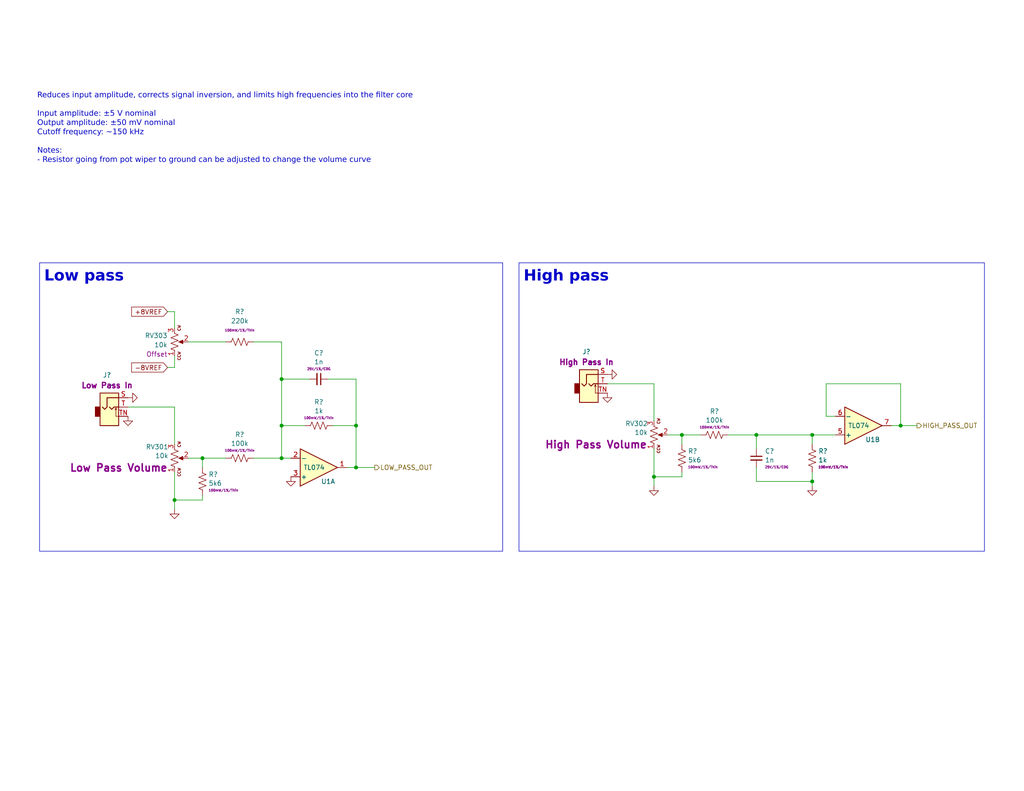
<source format=kicad_sch>
(kicad_sch (version 20250114) (generator "eeschema") (generator_version "9.0")
  (paper "USLetter")
  (title_block (title "Neptune") (date "2023-11-09") (rev "v3") (company "Winterbloom") (comment 1 "Carson Walls") (comment 2 "CERN-OHL-P v2") (comment 3 "neptune.wntr.dev"))
  (lib_symbols
    (symbol "Device:C_Small" (pin_numbers (hide yes)) (pin_names (offset 0.254) (hide yes))
      (property "Reference" "C" (at 0.254 1.778 0))
      (property "Value" "C_Small" (at 0.254 -2.032 0))
      (symbol "C_Small_0_1"
        (polyline (pts (xy -1.524 0.508) (xy 1.524 0.508)) (stroke (width 0.3048)))
        (polyline (pts (xy -1.524 -0.508) (xy 1.524 -0.508)) (stroke (width 0.3302)))
      )
      (symbol "C_Small_1_1"
        (pin passive line (at 0 2.54 270) (length 2.032) (name "~") (number "1"))
        (pin passive line (at 0 -2.54 90) (length 2.032) (name "~") (number "2"))
      )
    )
    (symbol "Device:R_US" (pin_numbers (hide yes)) (pin_names (offset 0))
      (property "Reference" "R" (at 2.54 0 90))
      (property "Value" "R_US" (at -2.54 0 90))
      (symbol "R_US_0_1"
        (polyline (pts (xy 0 2.286) (xy 0 2.54)))
        (polyline (pts (xy 0 2.286) (xy 1.016 1.905) (xy 0 1.524) (xy -1.016 1.143) (xy 0 0.762)))
        (polyline (pts (xy 0 0.762) (xy 1.016 0.381) (xy 0 0) (xy -1.016 -0.381) (xy 0 -0.762)))
        (polyline (pts (xy 0 -0.762) (xy 1.016 -1.143) (xy 0 -1.524) (xy -1.016 -1.905) (xy 0 -2.286)))
        (polyline (pts (xy 0 -2.286) (xy 0 -2.54)))
      )
      (symbol "R_US_1_1"
        (pin passive line (at 0 3.81 270) (length 1.27) (name "~") (number "1"))
        (pin passive line (at 0 -3.81 90) (length 1.27) (name "~") (number "2"))
      )
    )
    (symbol "power:GND" (power) (pin_names (offset 0))
      (property "Value" "GND" (at 0 -3.81 0))
      (symbol "GND_0_1"
        (polyline (pts (xy 0 0) (xy 0 -1.27) (xy 1.27 -1.27) (xy 0 -2.54) (xy -1.27 -1.27) (xy 0 -1.27)))
      )
      (symbol "GND_1_1"
        (pin power_in line (at 0 0 270) (length 0) (hide yes) (name "GND") (number "1"))
      )
    )
    (symbol "winterbloom:Eurorack_Mono_Jack" (pin_names (hide yes))
      (property "Reference" "J" (at 3.302 -4.064 0))
      (property "Value" "Eurorack_Mono_Jack" (at 0 5.08 0))
      (symbol "Eurorack_Mono_Jack_0_1"
        (polyline (pts (xy -2.54 1.27) (xy -1.778 1.27) (xy -1.778 -1.016) (xy -1.524 -0.508)))
        (polyline (pts (xy -2.54 -3.81) (xy 0.635 -3.81) (xy 0.635 -1.27) (xy 1.27 -0.635) (xy 1.905 -1.27)) (stroke (width 0.254)))
        (rectangle (start -2.54 -5.08) (end 2.54 3.81) (stroke (width 0.254)) (fill (type background)))
        (polyline (pts (xy -1.778 -1.016) (xy -2.032 -0.508)))
        (polyline (pts (xy 0 -1.27) (xy -0.635 -0.635) (xy -1.27 -1.27) (xy -2.54 -1.27)) (stroke (width 0.254)))
        (rectangle (start 2.54 -1.27) (end 3.81 1.27) (stroke (width 0.254)) (fill (type outline)))
      )
      (symbol "Eurorack_Mono_Jack_1_1"
        (pin passive line (at -5.08 1.27 0) (length 2.54) (name "Tip_normalize") (number "TN"))
        (pin passive line (at -5.08 -1.27 0) (length 2.54) (name "Tip") (number "T"))
        (pin passive line (at -5.08 -3.81 0) (length 2.54) (name "Sleeve") (number "S"))
      )
    )
    (symbol "winterbloom:Eurorack_Pot" (pin_names (offset 1.016) (hide yes))
      (property "Reference" "RV" (at 0 4.445 0))
      (property "Value" "Eurorack_Pot" (at 0 2.54 0))
      (symbol "Eurorack_Pot_0_0"
        (text "CCW" (at -3.81 -1.27 0) (effects (font (size 0.762 0.762))))
        (text "CW" (at 3.81 -1.27 0) (effects (font (size 0.762 0.762))))
      )
      (symbol "Eurorack_Pot_0_1"
        (polyline (pts (xy -2.286 0) (xy -2.54 0)))
        (polyline (pts (xy -0.762 0) (xy -1.143 -1.016) (xy -1.524 0) (xy -1.905 1.016) (xy -2.286 0)))
        (polyline (pts (xy 0 -1.143) (xy 0.508 -2.286) (xy -0.508 -2.286) (xy 0 -1.143)) (fill (type outline)))
        (polyline (pts (xy 0 -2.54) (xy 0 -1.524)))
        (polyline (pts (xy 0.762 0) (xy 0.381 -1.016) (xy 0 0) (xy -0.381 1.016) (xy -0.762 0)))
        (polyline (pts (xy 2.286 0) (xy 1.905 -1.016) (xy 1.524 0) (xy 1.143 1.016) (xy 0.762 0)))
        (polyline (pts (xy 2.54 0) (xy 2.286 0)))
      )
      (symbol "Eurorack_Pot_1_1"
        (pin passive line (at -3.81 0 0) (length 1.27) (name "1") (number "1"))
        (pin passive line (at 0 -3.81 90) (length 1.27) (name "2") (number "2"))
        (pin passive line (at 3.81 0 180) (length 1.27) (name "3") (number "3"))
      )
    )
    (symbol "winterbloom:TL074" (pin_names (offset 0.127))
      (property "Reference" "U" (at 0 3.81 0))
      (property "Value" "TL074" (at 0 -3.81 0))
      (symbol "TL074_1_1"
        (polyline (pts (xy -5.08 5.08) (xy 5.08 0) (xy -5.08 -5.08) (xy -5.08 5.08)) (stroke (width 0.254)) (fill (type background)))
        (pin input line (at -7.62 2.54 0) (length 2.54) (name "+") (number "3"))
        (pin input line (at -7.62 -2.54 0) (length 2.54) (name "-") (number "2"))
        (pin output line (at 7.62 0 180) (length 2.54) (name "~") (number "1"))
      )
      (symbol "TL074_2_1"
        (polyline (pts (xy -5.08 5.08) (xy 5.08 0) (xy -5.08 -5.08) (xy -5.08 5.08)) (stroke (width 0.254)) (fill (type background)))
        (pin input line (at -7.62 2.54 0) (length 2.54) (name "+") (number "5"))
        (pin input line (at -7.62 -2.54 0) (length 2.54) (name "-") (number "6"))
        (pin output line (at 7.62 0 180) (length 2.54) (name "~") (number "7"))
      )
      (symbol "TL074_3_1"
        (polyline (pts (xy -5.08 5.08) (xy 5.08 0) (xy -5.08 -5.08) (xy -5.08 5.08)) (stroke (width 0.254)) (fill (type background)))
        (pin input line (at -7.62 2.54 0) (length 2.54) (name "+") (number "10"))
        (pin input line (at -7.62 -2.54 0) (length 2.54) (name "-") (number "9"))
        (pin output line (at 7.62 0 180) (length 2.54) (name "~") (number "8"))
      )
      (symbol "TL074_4_1"
        (polyline (pts (xy -5.08 5.08) (xy 5.08 0) (xy -5.08 -5.08) (xy -5.08 5.08)) (stroke (width 0.254)) (fill (type background)))
        (pin input line (at -7.62 2.54 0) (length 2.54) (name "+") (number "12"))
        (pin input line (at -7.62 -2.54 0) (length 2.54) (name "-") (number "13"))
        (pin output line (at 7.62 0 180) (length 2.54) (name "~") (number "14"))
      )
      (symbol "TL074_5_1"
        (polyline (pts (xy -5.08 5.08) (xy 5.08 0) (xy -5.08 -5.08) (xy -5.08 5.08)) (stroke (width 0.254)) (fill (type background)))
        (pin power_in line (at -2.54 7.62 270) (length 3.81) (name "V+") (number "4"))
        (pin power_in line (at -2.54 -7.62 90) (length 3.81) (name "V-") (number "11"))
      )
    )
  )
  (rectangle (start 10.795 71.755) (end 137.16 150.495))
  (rectangle (start 141.605 71.755) (end 268.605 150.495))
  (text "High pass" (at 142.875 78.105 0) (effects (font (size 3 3) (thickness 0.508) (bold yes)) (justify left bottom)))
  (text "Reduces input amplitude, corrects signal inversion, and limits high frequencies into the filter core\n\nInput amplitude: ±5 V nominal\nOutput amplitude: ±50 mV nominal\nCutoff frequency: ~150 kHz\n\nNotes:\n- Resistor going from pot wiper to ground can be adjusted to change the volume curve\n" (at 10.16 45.085 0) (effects (font (size 1.5 1.5)) (justify left bottom)))
  (text "Low pass" (at 12.065 78.105 0) (effects (font (size 3 3) (thickness 0.508) (bold yes)) (justify left bottom)))
  (junction (at 178.435 130.175))
  (junction (at 97.155 116.205))
  (junction (at 186.055 118.745))
  (junction (at 47.625 136.525))
  (junction (at 97.155 127.635))
  (junction (at 76.835 116.205))
  (junction (at 221.615 118.745))
  (junction (at 206.375 118.745))
  (junction (at 55.245 125.095))
  (junction (at 245.745 116.205))
  (junction (at 76.835 103.505))
  (junction (at 76.835 125.095))
  (junction (at 221.615 131.445))
  (wire (pts (xy 243.205 116.205) (xy 245.745 116.205)))
  (wire (pts (xy 76.835 93.345) (xy 76.835 103.505)))
  (wire (pts (xy 178.435 122.555) (xy 178.435 130.175)))
  (wire (pts (xy 76.835 125.095) (xy 79.375 125.095)))
  (wire (pts (xy 245.745 116.205) (xy 245.745 104.775)))
  (wire (pts (xy 245.745 104.775) (xy 225.425 104.775)))
  (wire (pts (xy 186.055 130.175) (xy 186.055 128.905)))
  (wire (pts (xy 225.425 104.775) (xy 225.425 113.665)))
  (wire (pts (xy 55.245 136.525) (xy 55.245 135.255)))
  (wire (pts (xy 51.435 93.345) (xy 61.595 93.345)))
  (wire (pts (xy 245.745 116.205) (xy 250.19 116.205)))
  (wire (pts (xy 206.375 131.445) (xy 206.375 127.635)))
  (wire (pts (xy 51.435 125.095) (xy 55.245 125.095)))
  (wire (pts (xy 69.215 93.345) (xy 76.835 93.345)))
  (wire (pts (xy 47.625 136.525) (xy 47.625 139.065)))
  (wire (pts (xy 206.375 118.745) (xy 221.615 118.745)))
  (wire (pts (xy 178.435 130.175) (xy 186.055 130.175)))
  (wire (pts (xy 76.835 116.205) (xy 83.185 116.205)))
  (wire (pts (xy 206.375 118.745) (xy 206.375 122.555)))
  (wire (pts (xy 69.215 125.095) (xy 76.835 125.095)))
  (wire (pts (xy 186.055 118.745) (xy 186.055 121.285)))
  (wire (pts (xy 186.055 118.745) (xy 191.135 118.745)))
  (wire (pts (xy 76.835 116.205) (xy 76.835 125.095)))
  (wire (pts (xy 221.615 128.905) (xy 221.615 131.445)))
  (wire (pts (xy 89.535 103.505) (xy 97.155 103.505)))
  (wire (pts (xy 45.72 100.33) (xy 47.625 100.33)))
  (wire (pts (xy 221.615 118.745) (xy 221.615 121.285)))
  (wire (pts (xy 55.245 125.095) (xy 61.595 125.095)))
  (wire (pts (xy 221.615 118.745) (xy 227.965 118.745)))
  (wire (pts (xy 178.435 104.775) (xy 165.735 104.775)))
  (wire (pts (xy 178.435 114.935) (xy 178.435 104.775)))
  (wire (pts (xy 45.72 85.09) (xy 47.625 85.09)))
  (wire (pts (xy 221.615 131.445) (xy 206.375 131.445)))
  (wire (pts (xy 178.435 130.175) (xy 178.435 132.715)))
  (wire (pts (xy 97.155 127.635) (xy 102.235 127.635)))
  (wire (pts (xy 225.425 113.665) (xy 227.965 113.665)))
  (wire (pts (xy 97.155 116.205) (xy 97.155 127.635)))
  (wire (pts (xy 76.835 103.505) (xy 76.835 116.205)))
  (wire (pts (xy 84.455 103.505) (xy 76.835 103.505)))
  (wire (pts (xy 47.625 136.525) (xy 55.245 136.525)))
  (wire (pts (xy 47.625 128.905) (xy 47.625 136.525)))
  (wire (pts (xy 97.155 127.635) (xy 94.615 127.635)))
  (wire (pts (xy 34.925 111.125) (xy 47.625 111.125)))
  (wire (pts (xy 47.625 111.125) (xy 47.625 121.285)))
  (wire (pts (xy 198.755 118.745) (xy 206.375 118.745)))
  (wire (pts (xy 182.245 118.745) (xy 186.055 118.745)))
  (wire (pts (xy 47.625 85.09) (xy 47.625 89.535)))
  (wire (pts (xy 90.805 116.205) (xy 97.155 116.205)))
  (wire (pts (xy 47.625 100.33) (xy 47.625 97.155)))
  (wire (pts (xy 97.155 103.505) (xy 97.155 116.205)))
  (wire (pts (xy 55.245 125.095) (xy 55.245 127.635)))
  (wire (pts (xy 221.615 131.445) (xy 221.615 132.715)))
  (global_label "+8VREF" (shape input) (at 45.72 85.09 180) (property "Intersheetrefs" "${INTERSHEET_REFS}" (effects (hide yes))))
  (global_label "-8VREF" (shape input) (at 45.72 100.33 180) (property "Intersheetrefs" "${INTERSHEET_REFS}" (effects (hide yes))))
  (hierarchical_label "LOW_PASS_OUT" (shape output) (at 102.235 127.635 0))
  (hierarchical_label "HIGH_PASS_OUT" (shape output) (at 250.19 116.205 0))
  (symbol (lib_id "winterbloom:TL074") (at 86.995 127.635 0) (mirror x) (unit 1)
    (property "Reference" "U1" (at 89.535 131.445 0))
    (property "Value" "TL074" (at 85.725 127.635 0))
    (property "Footprint" "Package_SO:TSSOP-14_4.4x5mm_P0.65mm" (effects (hide yes)))
    (property "Datasheet" "https://www.ti.com/lit/ds/symlink/tl071.pdf" (effects (hide yes)))
    (property "MPN" "TL074HIPWR" (effects (hide yes)))
    (property "DigiKey" "296-TL074HIPWRCT-ND" (effects (hide yes)))
    (property "LCSC" "C4370424" (effects (hide yes)))
    (property "Substitutes Allowed" "No" (effects (hide yes)))
    (property "Notes" "TL074H over TL074C due to better input offset voltage" (effects (hide yes)))
  )
  (symbol (lib_id "winterbloom:TL074") (at 235.585 116.205 0) (mirror x) (unit 2)
    (property "Reference" "U1" (at 238.125 120.015 0))
    (property "Value" "TL074" (at 234.315 116.205 0))
    (property "Footprint" "Package_SO:TSSOP-14_4.4x5mm_P0.65mm" (effects (hide yes)))
    (property "Datasheet" "https://www.ti.com/lit/ds/symlink/tl071.pdf" (effects (hide yes)))
    (property "MPN" "TL074HIPWR" (effects (hide yes)))
    (property "DigiKey" "296-TL074HIPWRCT-ND" (effects (hide yes)))
    (property "LCSC" "C4370424" (effects (hide yes)))
    (property "Substitutes Allowed" "No" (effects (hide yes)))
    (property "Notes" "TL074H over TL074C due to better input offset voltage" (effects (hide yes)))
  )
  (symbol (lib_id "power:GND") (at 34.925 108.585 90) (unit 1)
    (property "Reference" "#PWR0301" (effects (hide yes)))
    (property "Value" "GND" (effects (hide yes)))
    (instances (project "board" (path "" (reference "#PWR?") (unit 1))) (project "mainboard" (path "" (reference "#PWR0301") (unit 1))))
  )
  (symbol (lib_id "Device:C_Small") (at 86.995 103.505 270) (unit 1)
    (property "Reference" "C301" (at 86.9886 96.388 90))
    (property "Value" "1n" (at 86.9886 98.8122 90))
    (property "Footprint" "winterbloom:C_0603_HandSolder" (effects (hide yes)))
    (property "Notes" "0603, 25V+, 10%" (effects (hide yes)))
    (property "Rating" "25V/1%/C0G" (at 86.9886 100.7296 90) (effects (font (size 0.64 0.64))))
    (property "DigiKey" "490-GCM1885C2A102FA16DCT-ND" (effects (hide yes)))
    (property "LCSC" "C2219251" (effects (hide yes)))
    (property "MPN" "GCM1885C2A102FA16D" (effects (hide yes)))
    (property "Substitutes Allowed" "Ask" (effects (hide yes)))
    (instances (project "board" (path "" (reference "C?") (unit 1))) (project "mainboard" (path "" (reference "C301") (unit 1))))
  )
  (symbol (lib_id "Device:R_US") (at 86.995 116.205 270) (unit 1)
    (property "Reference" "R303" (at 86.995 109.7611 90))
    (property "Value" "1k" (at 86.995 112.1853 90))
    (property "Footprint" "winterbloom:R_0603_HandSolder" (effects (hide yes)))
    (property "Rating" "100mW/1%/Thin" (at 86.995 114.1027 90) (effects (font (size 0.64 0.64))))
    (property "DigiKey" "YAG2323TR-ND" (effects (hide yes)))
    (property "LCSC" "C375503" (effects (hide yes)))
    (property "Substitutes Allowed" "Yes" (effects (hide yes)))
    (property "MPN" "RT0603FRE071KL" (effects (hide yes)))
    (instances (project "board" (path "" (reference "R?") (unit 1))) (project "mainboard" (path "" (reference "R303") (unit 1))))
  )
  (symbol (lib_id "power:GND") (at 165.735 107.315 0) (unit 1)
    (property "Reference" "#PWR0306" (effects (hide yes)))
    (property "Value" "GND" (effects (hide yes)))
    (instances (project "board" (path "" (reference "#PWR?") (unit 1))) (project "mainboard" (path "" (reference "#PWR0306") (unit 1))))
  )
  (symbol (lib_id "winterbloom:Eurorack_Pot") (at 178.435 118.745 90) (unit 1)
    (property "Reference" "RV302" (at 176.784 115.6608 90) (effects (justify left)))
    (property "Value" "10k" (at 176.784 118.085 90) (effects (justify left)))
    (property "Footprint" "winterbloom:Potentiometer_Alpha_R0904N_LongPads" (effects (hide yes)))
    (property "Datasheet" "https://www.thonk.co.uk/wp-content/uploads/Documents/alpha/9mm/Alpha%209mm%20Vertical%20-%20Linear%20Taper%20B1K-B500K.pdf" (effects (hide yes)))
    (property "MPN" "https://www.thonk.co.uk/shop/alpha-9mm-pots/" (effects (hide yes)))
    (property "Notes" "6.35 mm round shaft, 15 mm height" (effects (hide yes)))
    (property "Rating" "B10k" (effects (hide yes)))
    (property "Name" "High Pass Volume" (at 176.784 121.3596 90) (effects (font (size 2 2) (bold yes)) (justify left)))
  )
  (symbol (lib_id "power:GND") (at 165.735 102.235 90) (unit 1)
    (property "Reference" "#PWR0305" (effects (hide yes)))
    (property "Value" "GND" (effects (hide yes)))
    (instances (project "board" (path "" (reference "#PWR?") (unit 1))) (project "mainboard" (path "" (reference "#PWR0305") (unit 1))))
  )
  (symbol (lib_id "Device:C_Small") (at 206.375 125.095 0) (unit 1)
    (property "Reference" "C302" (at 208.6991 123.1839 0) (effects (justify left)))
    (property "Value" "1n" (at 208.6991 125.6081 0) (effects (justify left)))
    (property "Footprint" "winterbloom:C_0603_HandSolder" (effects (hide yes)))
    (property "Notes" "0603, 25V+, 10%" (effects (hide yes)))
    (property "Rating" "25V/1%/C0G" (at 208.6991 127.5255 0) (effects (font (size 0.64 0.64)) (justify left)))
    (property "DigiKey" "490-GCM1885C2A102FA16DCT-ND" (effects (hide yes)))
    (property "LCSC" "C2219251" (effects (hide yes)))
    (property "MPN" "GCM1885C2A102FA16D" (effects (hide yes)))
    (property "Substitutes Allowed" "Ask" (effects (hide yes)))
    (instances (project "board" (path "" (reference "C?") (unit 1))) (project "mainboard" (path "" (reference "C302") (unit 1))))
  )
  (symbol (lib_id "power:GND") (at 47.625 139.065 0) (unit 1)
    (property "Reference" "#PWR0303" (effects (hide yes)))
    (property "Value" "GND" (effects (hide yes)))
    (instances (project "board" (path "" (reference "#PWR?") (unit 1))) (project "mainboard" (path "" (reference "#PWR0303") (unit 1))))
  )
  (symbol (lib_id "power:GND") (at 221.615 132.715 0) (unit 1)
    (property "Reference" "#PWR0308" (effects (hide yes)))
    (property "Value" "GND" (effects (hide yes)))
    (instances (project "board" (path "" (reference "#PWR?") (unit 1))) (project "mainboard" (path "" (reference "#PWR0308") (unit 1))))
  )
  (symbol (lib_id "power:GND") (at 34.925 113.665 0) (unit 1)
    (property "Reference" "#PWR0302" (effects (hide yes)))
    (property "Value" "GND" (effects (hide yes)))
    (instances (project "board" (path "" (reference "#PWR?") (unit 1))) (project "mainboard" (path "" (reference "#PWR0302") (unit 1))))
  )
  (symbol (lib_id "winterbloom:Eurorack_Mono_Jack") (at 160.655 106.045 180) (unit 1)
    (property "Reference" "J302" (at 160.02 96.0559 0))
    (property "Value" "~" (at 161.4678 98.8314 0))
    (property "Footprint" "winterbloom:AudioJack_WQP518MA_Compact_S_LongPads" (effects (hide yes)))
    (property "Datasheet" "http://www.qingpu-electronics.com/en/products/WQP-PJ398SM-362.html" (effects (hide yes)))
    (property "MPN" "WQP-WQP518MA" (effects (hide yes)))
    (property "Name" "High Pass In" (at 160.02 98.8625 0) (effects (font (size 1.5 1.5) (bold yes))))
    (instances (project "board" (path "" (reference "J?") (unit 1))) (project "mainboard" (path "" (reference "J302") (unit 1))))
  )
  (symbol (lib_id "Device:R_US") (at 186.055 125.095 0) (unit 1)
    (property "Reference" "R304" (at 187.706 123.1776 0) (effects (justify left)))
    (property "Value" "5k6" (at 187.706 125.6018 0) (effects (justify left)))
    (property "Footprint" "winterbloom:R_0603_HandSolder" (effects (hide yes)))
    (property "Rating" "100mW/1%/Thin" (at 187.706 127.5192 0) (effects (font (size 0.64 0.64)) (justify left)))
    (property "DigiKey" "13-RT0603FRE075K6LCT-ND" (effects (hide yes)))
    (property "LCSC" "C706186" (effects (hide yes)))
    (property "Substitutes Allowed" "Yes" (effects (hide yes)))
    (property "MPN" "RT0603FRE075K6L" (effects (hide yes)))
    (instances (project "board" (path "" (reference "R?") (unit 1))) (project "mainboard" (path "" (reference "R304") (unit 1))))
  )
  (symbol (lib_id "Device:R_US") (at 194.945 118.745 270) (unit 1)
    (property "Reference" "R305" (at 194.945 112.3011 90))
    (property "Value" "100k" (at 194.945 114.7253 90))
    (property "Footprint" "winterbloom:R_0603_HandSolder" (effects (hide yes)))
    (property "Rating" "100mW/1%/Thin" (at 194.945 116.6427 90) (effects (font (size 0.64 0.64))))
    (property "DigiKey" "13-RT0603FRE13100KLTR-ND" (effects (hide yes)))
    (property "LCSC" "C4107493" (effects (hide yes)))
    (property "Substitutes Allowed" "Yes" (effects (hide yes)))
    (property "MPN" "RT0603FRE13100KL" (effects (hide yes)))
    (instances (project "board" (path "" (reference "R?") (unit 1))) (project "mainboard" (path "" (reference "R305") (unit 1))))
  )
  (symbol (lib_id "Device:R_US") (at 65.405 125.095 270) (unit 1)
    (property "Reference" "R302" (at 65.405 118.6511 90))
    (property "Value" "100k" (at 65.405 121.0753 90))
    (property "Footprint" "winterbloom:R_0603_HandSolder" (effects (hide yes)))
    (property "Rating" "100mW/1%/Thin" (at 65.405 122.9927 90) (effects (font (size 0.64 0.64))))
    (property "DigiKey" "13-RT0603FRE13100KLTR-ND" (effects (hide yes)))
    (property "LCSC" "C4107493" (effects (hide yes)))
    (property "Substitutes Allowed" "Yes" (effects (hide yes)))
    (property "MPN" "RT0603FRE13100KL" (effects (hide yes)))
    (instances (project "board" (path "" (reference "R?") (unit 1))) (project "mainboard" (path "" (reference "R302") (unit 1))))
  )
  (symbol (lib_id "Device:R_US") (at 65.405 93.345 270) (unit 1)
    (property "Reference" "R307" (at 65.405 85.09 90))
    (property "Value" "220k" (at 65.405 87.63 90))
    (property "Footprint" "winterbloom:R_0603_HandSolder" (effects (hide yes)))
    (property "Rating" "100mW/1%/Thin" (at 65.405 90.17 90) (effects (font (size 0.64 0.64))))
    (property "DigiKey" "YAG5946CT-ND" (effects (hide yes)))
    (property "LCSC" "C706140" (effects (hide yes)))
    (property "Substitutes Allowed" "Yes" (effects (hide yes)))
    (property "MPN" "RT0603FRE07220KL" (effects (hide yes)))
    (instances (project "board" (path "" (reference "R?") (unit 1))) (project "mainboard" (path "" (reference "R307") (unit 1))) (project "VCA" (path "" (reference "R?") (unit 1)) (path "" (reference "R?") (unit 1))))
  )
  (symbol (lib_id "Device:R_US") (at 221.615 125.095 0) (unit 1)
    (property "Reference" "R306" (at 223.266 123.1776 0) (effects (justify left)))
    (property "Value" "1k" (at 223.266 125.6018 0) (effects (justify left)))
    (property "Footprint" "winterbloom:R_0603_HandSolder" (effects (hide yes)))
    (property "Rating" "100mW/1%/Thin" (at 223.266 127.5192 0) (effects (font (size 0.64 0.64)) (justify left)))
    (property "DigiKey" "YAG2323TR-ND" (effects (hide yes)))
    (property "LCSC" "C375503" (effects (hide yes)))
    (property "Substitutes Allowed" "Yes" (effects (hide yes)))
    (property "MPN" "RT0603FRE071KL" (effects (hide yes)))
    (instances (project "board" (path "" (reference "R?") (unit 1))) (project "mainboard" (path "" (reference "R306") (unit 1))))
  )
  (symbol (lib_id "Device:R_US") (at 55.245 131.445 0) (unit 1)
    (property "Reference" "R301" (at 56.896 129.5276 0) (effects (justify left)))
    (property "Value" "5k6" (at 56.896 131.9518 0) (effects (justify left)))
    (property "Footprint" "winterbloom:R_0603_HandSolder" (effects (hide yes)))
    (property "Rating" "100mW/1%/Thin" (at 56.896 133.8692 0) (effects (font (size 0.64 0.64)) (justify left)))
    (property "DigiKey" "13-RT0603FRE075K6LCT-ND" (effects (hide yes)))
    (property "LCSC" "C706186" (effects (hide yes)))
    (property "Substitutes Allowed" "Yes" (effects (hide yes)))
    (property "MPN" "RT0603FRE075K6L" (effects (hide yes)))
    (instances (project "board" (path "" (reference "R?") (unit 1))) (project "mainboard" (path "" (reference "R301") (unit 1))))
  )
  (symbol (lib_id "power:GND") (at 178.435 132.715 0) (unit 1)
    (property "Reference" "#PWR0307" (effects (hide yes)))
    (property "Value" "GND" (effects (hide yes)))
    (instances (project "board" (path "" (reference "#PWR?") (unit 1))) (project "mainboard" (path "" (reference "#PWR0307") (unit 1))))
  )
  (symbol (lib_id "winterbloom:Eurorack_Pot") (at 47.625 93.345 90) (unit 1)
    (property "Reference" "RV303" (at 45.72 91.6304 90) (effects (justify left)))
    (property "Value" "10k" (at 45.72 94.1704 90) (effects (justify left)))
    (property "Footprint" "Potentiometer_SMD:Potentiometer_Bourns_TC33X_Vertical" (effects (hide yes)))
    (property "Datasheet" "https://datasheet.lcsc.com/lcsc/2304140030_BOURNS-TC33X-2-103E_C719176.pdf" (effects (hide yes)))
    (property "MPN" "TC33X-2-103E" (effects (hide yes)))
    (property "Rating" "10k" (effects (hide yes)))
    (property "Name" "Offset" (at 45.72 96.7104 90) (effects (justify left)))
    (property "DigiKey" "TC33X-103ETR-ND" (effects (hide yes)))
    (property "LCSC" "C719176" (effects (hide yes)))
  )
  (symbol (lib_id "winterbloom:Eurorack_Pot") (at 47.625 125.095 90) (unit 1)
    (property "Reference" "RV301" (at 45.9741 122.0108 90) (effects (justify left)))
    (property "Value" "10k" (at 45.9741 124.435 90) (effects (justify left)))
    (property "Footprint" "winterbloom:Potentiometer_Alpha_R0904N_LongPads" (effects (hide yes)))
    (property "Datasheet" "https://www.thonk.co.uk/wp-content/uploads/Documents/alpha/9mm/Alpha%209mm%20Vertical%20-%20Linear%20Taper%20B1K-B500K.pdf" (effects (hide yes)))
    (property "MPN" "https://www.thonk.co.uk/shop/alpha-9mm-pots/" (effects (hide yes)))
    (property "Notes" "6.35 mm round shaft, 15 mm height" (effects (hide yes)))
    (property "Rating" "B10k" (effects (hide yes)))
    (property "Name" "Low Pass Volume" (at 45.9741 127.7096 90) (effects (font (size 2 2) (bold yes)) (justify left)))
  )
  (symbol (lib_id "power:GND") (at 79.375 130.175 0) (unit 1)
    (property "Reference" "#PWR0304" (effects (hide yes)))
    (property "Value" "GND" (effects (hide yes)))
    (instances (project "board" (path "" (reference "#PWR?") (unit 1))) (project "mainboard" (path "" (reference "#PWR0304") (unit 1))))
  )
  (symbol (lib_id "winterbloom:Eurorack_Mono_Jack") (at 29.845 112.395 180) (unit 1)
    (property "Reference" "J301" (at 29.21 102.4059 0))
    (property "Value" "~" (at 30.6578 105.1814 0))
    (property "Footprint" "winterbloom:AudioJack_WQP518MA_Compact_S_LongPads" (effects (hide yes)))
    (property "Datasheet" "http://www.qingpu-electronics.com/en/products/WQP-PJ398SM-362.html" (effects (hide yes)))
    (property "MPN" "WQP-WQP518MA" (effects (hide yes)))
    (property "Name" "Low Pass In" (at 29.21 105.2125 0) (effects (font (size 1.5 1.5) (bold yes))))
    (instances (project "board" (path "" (reference "J?") (unit 1))) (project "mainboard" (path "" (reference "J301") (unit 1))))
  )
)
</source>
